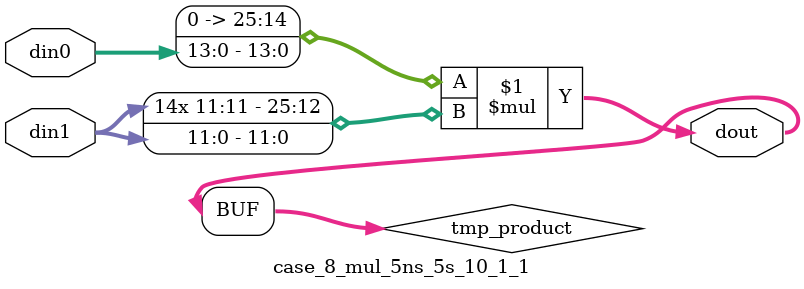
<source format=v>

`timescale 1 ns / 1 ps

 (* use_dsp = "no" *)  module case_8_mul_5ns_5s_10_1_1(din0, din1, dout);
parameter ID = 1;
parameter NUM_STAGE = 0;
parameter din0_WIDTH = 14;
parameter din1_WIDTH = 12;
parameter dout_WIDTH = 26;

input [din0_WIDTH - 1 : 0] din0; 
input [din1_WIDTH - 1 : 0] din1; 
output [dout_WIDTH - 1 : 0] dout;

wire signed [dout_WIDTH - 1 : 0] tmp_product;

























assign tmp_product = $signed({1'b0, din0}) * $signed(din1);










assign dout = tmp_product;





















endmodule

</source>
